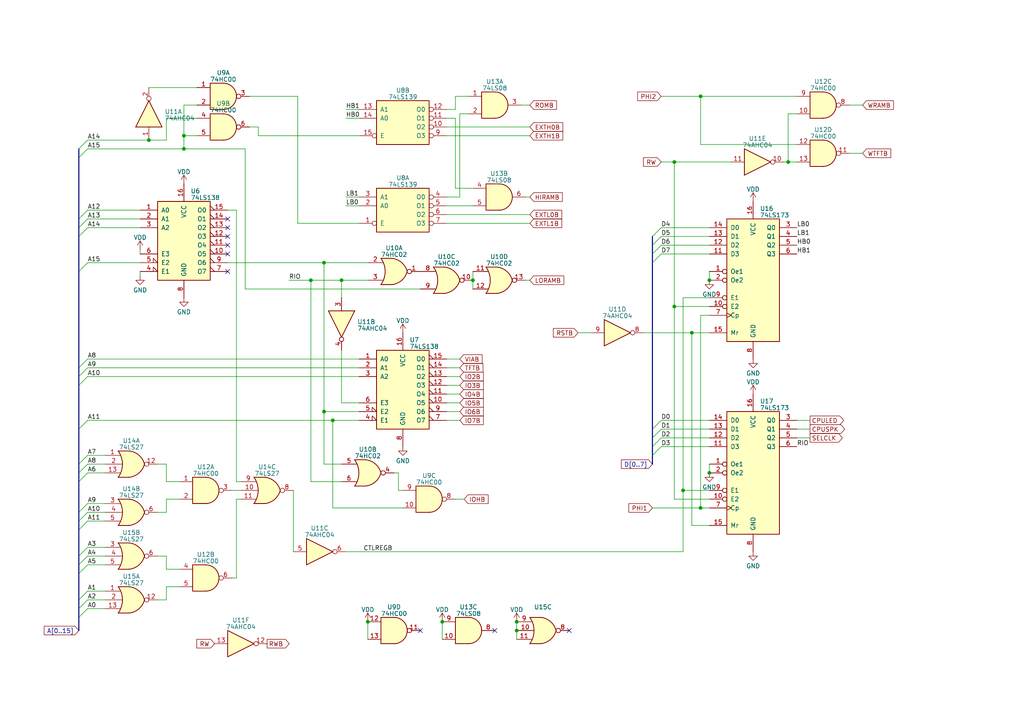
<source format=kicad_sch>
(kicad_sch (version 20230121) (generator eeschema)
  (paper "A4")
  (lib_symbols
    (symbol "74xx:74AHC04"
      (property "Reference" "U" (at 0 1.27 0))
      (property "Value" "74AHC04" (at 0 -1.27 0))
      (symbol "74AHC04_1_0"
        (pin input line (at -7.62 0 0) (length 3.81) (name "~") (number "1"))
        (pin output inverted (at 7.62 0 180) (length 3.81) (name "~") (number "2"))
      )
      (symbol "74AHC04_2_0"
        (pin input line (at -7.62 0 0) (length 3.81) (name "~") (number "3"))
        (pin output inverted (at 7.62 0 180) (length 3.81) (name "~") (number "4"))
      )
      (symbol "74AHC04_3_0"
        (pin input line (at -7.62 0 0) (length 3.81) (name "~") (number "5"))
        (pin output inverted (at 7.62 0 180) (length 3.81) (name "~") (number "6"))
      )
      (symbol "74AHC04_4_0"
        (pin output inverted (at 7.62 0 180) (length 3.81) (name "~") (number "8"))
        (pin input line (at -7.62 0 0) (length 3.81) (name "~") (number "9"))
      )
      (symbol "74AHC04_5_0"
        (pin output inverted (at 7.62 0 180) (length 3.81) (name "~") (number "10"))
        (pin input line (at -7.62 0 0) (length 3.81) (name "~") (number "11"))
      )
      (symbol "74AHC04_6_0"
        (pin output inverted (at 7.62 0 180) (length 3.81) (name "~") (number "12"))
        (pin input line (at -7.62 0 0) (length 3.81) (name "~") (number "13"))
      )
      (symbol "74AHC04_7_0"
        (pin power_in line (at 0 12.7 270) (length 5.08) (name "VCC") (number "14"))
        (pin power_in line (at 0 -12.7 90) (length 5.08) (name "GND") (number "7"))
      )
    )
    (symbol "74xx:74HC00" (pin_names (offset 1.016))
      (property "Reference" "U" (at 0 1.27 0))
      (property "Value" "74HC00" (at 0 -1.27 0))
      (symbol "74HC00_1_1"
        (pin input line (at -7.62 2.54 0) (length 3.81) (name "~") (number "1"))
        (pin input line (at -7.62 -2.54 0) (length 3.81) (name "~") (number "2"))
        (pin output inverted (at 7.62 0 180) (length 3.81) (name "~") (number "3"))
      )
      (symbol "74HC00_1_2"
        (pin input inverted (at -7.62 2.54 0) (length 4.318) (name "~") (number "1"))
        (pin input inverted (at -7.62 -2.54 0) (length 4.318) (name "~") (number "2"))
        (pin output line (at 7.62 0 180) (length 3.81) (name "~") (number "3"))
      )
      (symbol "74HC00_2_1"
        (pin input line (at -7.62 2.54 0) (length 3.81) (name "~") (number "4"))
        (pin input line (at -7.62 -2.54 0) (length 3.81) (name "~") (number "5"))
        (pin output inverted (at 7.62 0 180) (length 3.81) (name "~") (number "6"))
      )
      (symbol "74HC00_2_2"
        (pin input inverted (at -7.62 2.54 0) (length 4.318) (name "~") (number "4"))
        (pin input inverted (at -7.62 -2.54 0) (length 4.318) (name "~") (number "5"))
        (pin output line (at 7.62 0 180) (length 3.81) (name "~") (number "6"))
      )
      (symbol "74HC00_3_1"
        (pin input line (at -7.62 -2.54 0) (length 3.81) (name "~") (number "10"))
        (pin output inverted (at 7.62 0 180) (length 3.81) (name "~") (number "8"))
        (pin input line (at -7.62 2.54 0) (length 3.81) (name "~") (number "9"))
      )
      (symbol "74HC00_3_2"
        (pin input inverted (at -7.62 -2.54 0) (length 4.318) (name "~") (number "10"))
        (pin output line (at 7.62 0 180) (length 3.81) (name "~") (number "8"))
        (pin input inverted (at -7.62 2.54 0) (length 4.318) (name "~") (number "9"))
      )
      (symbol "74HC00_4_1"
        (pin output inverted (at 7.62 0 180) (length 3.81) (name "~") (number "11"))
        (pin input line (at -7.62 2.54 0) (length 3.81) (name "~") (number "12"))
        (pin input line (at -7.62 -2.54 0) (length 3.81) (name "~") (number "13"))
      )
      (symbol "74HC00_4_2"
        (pin output line (at 7.62 0 180) (length 3.81) (name "~") (number "11"))
        (pin input inverted (at -7.62 2.54 0) (length 4.318) (name "~") (number "12"))
        (pin input inverted (at -7.62 -2.54 0) (length 4.318) (name "~") (number "13"))
      )
      (symbol "74HC00_5_0"
        (pin power_in line (at 0 12.7 270) (length 5.08) (name "VCC") (number "14"))
        (pin power_in line (at 0 -12.7 90) (length 5.08) (name "GND") (number "7"))
      )
    )
    (symbol "74xx:74HC02" (pin_names (offset 1.016))
      (property "Reference" "U" (at 0 1.27 0))
      (property "Value" "74HC02" (at 0 -1.27 0))
      (symbol "74HC02_1_1"
        (pin output inverted (at 7.62 0 180) (length 3.81) (name "~") (number "1"))
        (pin input line (at -7.62 2.54 0) (length 4.318) (name "~") (number "2"))
        (pin input line (at -7.62 -2.54 0) (length 4.318) (name "~") (number "3"))
      )
      (symbol "74HC02_1_2"
        (pin output line (at 7.62 0 180) (length 3.81) (name "~") (number "1"))
        (pin input inverted (at -7.62 2.54 0) (length 3.81) (name "~") (number "2"))
        (pin input inverted (at -7.62 -2.54 0) (length 3.81) (name "~") (number "3"))
      )
      (symbol "74HC02_2_1"
        (pin output inverted (at 7.62 0 180) (length 3.81) (name "~") (number "4"))
        (pin input line (at -7.62 2.54 0) (length 4.318) (name "~") (number "5"))
        (pin input line (at -7.62 -2.54 0) (length 4.318) (name "~") (number "6"))
      )
      (symbol "74HC02_2_2"
        (pin output line (at 7.62 0 180) (length 3.81) (name "~") (number "4"))
        (pin input inverted (at -7.62 2.54 0) (length 3.81) (name "~") (number "5"))
        (pin input inverted (at -7.62 -2.54 0) (length 3.81) (name "~") (number "6"))
      )
      (symbol "74HC02_3_1"
        (pin output inverted (at 7.62 0 180) (length 3.81) (name "~") (number "10"))
        (pin input line (at -7.62 2.54 0) (length 4.318) (name "~") (number "8"))
        (pin input line (at -7.62 -2.54 0) (length 4.318) (name "~") (number "9"))
      )
      (symbol "74HC02_3_2"
        (pin output line (at 7.62 0 180) (length 3.81) (name "~") (number "10"))
        (pin input inverted (at -7.62 2.54 0) (length 3.81) (name "~") (number "8"))
        (pin input inverted (at -7.62 -2.54 0) (length 3.81) (name "~") (number "9"))
      )
      (symbol "74HC02_4_1"
        (pin input line (at -7.62 2.54 0) (length 4.318) (name "~") (number "11"))
        (pin input line (at -7.62 -2.54 0) (length 4.318) (name "~") (number "12"))
        (pin output inverted (at 7.62 0 180) (length 3.81) (name "~") (number "13"))
      )
      (symbol "74HC02_4_2"
        (pin input inverted (at -7.62 2.54 0) (length 3.81) (name "~") (number "11"))
        (pin input inverted (at -7.62 -2.54 0) (length 3.81) (name "~") (number "12"))
        (pin output line (at 7.62 0 180) (length 3.81) (name "~") (number "13"))
      )
      (symbol "74HC02_5_0"
        (pin power_in line (at 0 12.7 270) (length 5.08) (name "VCC") (number "14"))
        (pin power_in line (at 0 -12.7 90) (length 5.08) (name "GND") (number "7"))
      )
    )
    (symbol "74xx:74LS08" (pin_names (offset 1.016))
      (property "Reference" "U" (at 0 1.27 0))
      (property "Value" "74LS08" (at 0 -1.27 0))
      (symbol "74LS08_1_1"
        (pin input line (at -7.62 2.54 0) (length 3.81) (name "~") (number "1"))
        (pin input line (at -7.62 -2.54 0) (length 3.81) (name "~") (number "2"))
        (pin output line (at 7.62 0 180) (length 3.81) (name "~") (number "3"))
      )
      (symbol "74LS08_1_2"
        (pin input inverted (at -7.62 2.54 0) (length 4.318) (name "~") (number "1"))
        (pin input inverted (at -7.62 -2.54 0) (length 4.318) (name "~") (number "2"))
        (pin output inverted (at 7.62 0 180) (length 3.81) (name "~") (number "3"))
      )
      (symbol "74LS08_2_1"
        (pin input line (at -7.62 2.54 0) (length 3.81) (name "~") (number "4"))
        (pin input line (at -7.62 -2.54 0) (length 3.81) (name "~") (number "5"))
        (pin output line (at 7.62 0 180) (length 3.81) (name "~") (number "6"))
      )
      (symbol "74LS08_2_2"
        (pin input inverted (at -7.62 2.54 0) (length 4.318) (name "~") (number "4"))
        (pin input inverted (at -7.62 -2.54 0) (length 4.318) (name "~") (number "5"))
        (pin output inverted (at 7.62 0 180) (length 3.81) (name "~") (number "6"))
      )
      (symbol "74LS08_3_1"
        (pin input line (at -7.62 -2.54 0) (length 3.81) (name "~") (number "10"))
        (pin output line (at 7.62 0 180) (length 3.81) (name "~") (number "8"))
        (pin input line (at -7.62 2.54 0) (length 3.81) (name "~") (number "9"))
      )
      (symbol "74LS08_3_2"
        (pin input inverted (at -7.62 -2.54 0) (length 4.318) (name "~") (number "10"))
        (pin output inverted (at 7.62 0 180) (length 3.81) (name "~") (number "8"))
        (pin input inverted (at -7.62 2.54 0) (length 4.318) (name "~") (number "9"))
      )
      (symbol "74LS08_4_1"
        (pin output line (at 7.62 0 180) (length 3.81) (name "~") (number "11"))
        (pin input line (at -7.62 2.54 0) (length 3.81) (name "~") (number "12"))
        (pin input line (at -7.62 -2.54 0) (length 3.81) (name "~") (number "13"))
      )
      (symbol "74LS08_4_2"
        (pin output inverted (at 7.62 0 180) (length 3.81) (name "~") (number "11"))
        (pin input inverted (at -7.62 2.54 0) (length 4.318) (name "~") (number "12"))
        (pin input inverted (at -7.62 -2.54 0) (length 4.318) (name "~") (number "13"))
      )
      (symbol "74LS08_5_0"
        (pin power_in line (at 0 12.7 270) (length 5.08) (name "VCC") (number "14"))
        (pin power_in line (at 0 -12.7 90) (length 5.08) (name "GND") (number "7"))
      )
    )
    (symbol "74xx:74LS138" (pin_names (offset 1.016))
      (property "Reference" "U" (at -7.62 11.43 0))
      (property "Value" "74LS138" (at -7.62 -13.97 0))
      (symbol "74LS138_1_0"
        (pin input line (at -12.7 7.62 0) (length 5.08) (name "A0") (number "1"))
        (pin output output_low (at 12.7 -5.08 180) (length 5.08) (name "O5") (number "10"))
        (pin output output_low (at 12.7 -2.54 180) (length 5.08) (name "O4") (number "11"))
        (pin output output_low (at 12.7 0 180) (length 5.08) (name "O3") (number "12"))
        (pin output output_low (at 12.7 2.54 180) (length 5.08) (name "O2") (number "13"))
        (pin output output_low (at 12.7 5.08 180) (length 5.08) (name "O1") (number "14"))
        (pin output output_low (at 12.7 7.62 180) (length 5.08) (name "O0") (number "15"))
        (pin power_in line (at 0 15.24 270) (length 5.08) (name "VCC") (number "16"))
        (pin input line (at -12.7 5.08 0) (length 5.08) (name "A1") (number "2"))
        (pin input line (at -12.7 2.54 0) (length 5.08) (name "A2") (number "3"))
        (pin input input_low (at -12.7 -10.16 0) (length 5.08) (name "E1") (number "4"))
        (pin input input_low (at -12.7 -7.62 0) (length 5.08) (name "E2") (number "5"))
        (pin input line (at -12.7 -5.08 0) (length 5.08) (name "E3") (number "6"))
        (pin output output_low (at 12.7 -10.16 180) (length 5.08) (name "O7") (number "7"))
        (pin power_in line (at 0 -17.78 90) (length 5.08) (name "GND") (number "8"))
        (pin output output_low (at 12.7 -7.62 180) (length 5.08) (name "O6") (number "9"))
      )
    )
    (symbol "74xx:74LS139" (pin_names (offset 1.016))
      (property "Reference" "U" (at -7.62 8.89 0))
      (property "Value" "74LS139" (at -7.62 -8.89 0))
      (symbol "74LS139_1_0"
        (pin input inverted (at -12.7 -5.08 0) (length 5.08) (name "E") (number "1"))
        (pin input line (at -12.7 0 0) (length 5.08) (name "A0") (number "2"))
        (pin input line (at -12.7 2.54 0) (length 5.08) (name "A1") (number "3"))
        (pin output inverted (at 12.7 2.54 180) (length 5.08) (name "O0") (number "4"))
        (pin output inverted (at 12.7 0 180) (length 5.08) (name "O1") (number "5"))
        (pin output inverted (at 12.7 -2.54 180) (length 5.08) (name "O2") (number "6"))
        (pin output inverted (at 12.7 -5.08 180) (length 5.08) (name "O3") (number "7"))
      )
      (symbol "74LS139_2_0"
        (pin output inverted (at 12.7 -2.54 180) (length 5.08) (name "O2") (number "10"))
        (pin output inverted (at 12.7 0 180) (length 5.08) (name "O1") (number "11"))
        (pin output inverted (at 12.7 2.54 180) (length 5.08) (name "O0") (number "12"))
        (pin input line (at -12.7 2.54 0) (length 5.08) (name "A1") (number "13"))
        (pin input line (at -12.7 0 0) (length 5.08) (name "A0") (number "14"))
        (pin input inverted (at -12.7 -5.08 0) (length 5.08) (name "E") (number "15"))
        (pin output inverted (at 12.7 -5.08 180) (length 5.08) (name "O3") (number "9"))
      )
      (symbol "74LS139_3_0"
        (pin power_in line (at 0 12.7 270) (length 5.08) (name "VCC") (number "16"))
        (pin power_in line (at 0 -12.7 90) (length 5.08) (name "GND") (number "8"))
      )
    )
    (symbol "74xx:74LS173" (pin_names (offset 1.016))
      (property "Reference" "U" (at -7.62 19.05 0))
      (property "Value" "74LS173" (at -7.62 -19.05 0))
      (symbol "74LS173_1_0"
        (pin input inverted (at -12.7 2.54 0) (length 5.08) (name "Oe1") (number "1"))
        (pin input inverted (at -12.7 -7.62 0) (length 5.08) (name "E2") (number "10"))
        (pin input line (at -12.7 7.62 0) (length 5.08) (name "D3") (number "11"))
        (pin input line (at -12.7 10.16 0) (length 5.08) (name "D2") (number "12"))
        (pin input line (at -12.7 12.7 0) (length 5.08) (name "D1") (number "13"))
        (pin input line (at -12.7 15.24 0) (length 5.08) (name "D0") (number "14"))
        (pin input line (at -12.7 -15.24 0) (length 5.08) (name "Mr") (number "15"))
        (pin power_in line (at 0 22.86 270) (length 5.08) (name "VCC") (number "16"))
        (pin input inverted (at -12.7 0 0) (length 5.08) (name "Oe2") (number "2"))
        (pin tri_state line (at 12.7 15.24 180) (length 5.08) (name "Q0") (number "3"))
        (pin tri_state line (at 12.7 12.7 180) (length 5.08) (name "Q1") (number "4"))
        (pin tri_state line (at 12.7 10.16 180) (length 5.08) (name "Q2") (number "5"))
        (pin tri_state line (at 12.7 7.62 180) (length 5.08) (name "Q3") (number "6"))
        (pin input clock (at -12.7 -10.16 0) (length 5.08) (name "Cp") (number "7"))
        (pin power_in line (at 0 -22.86 90) (length 5.08) (name "GND") (number "8"))
        (pin input inverted (at -12.7 -5.08 0) (length 5.08) (name "E1") (number "9"))
      )
    )
    (symbol "74xx:74LS27" (pin_names (offset 1.016))
      (property "Reference" "U" (at 0 1.27 0))
      (property "Value" "74LS27" (at 0 -1.27 0))
      (symbol "74LS27_1_1"
        (pin input line (at -7.62 2.54 0) (length 4.318) (name "~") (number "1"))
        (pin output inverted (at 7.62 0 180) (length 3.81) (name "~") (number "12"))
        (pin input line (at -7.62 -2.54 0) (length 4.318) (name "~") (number "13"))
        (pin input line (at -7.62 0 0) (length 4.953) (name "~") (number "2"))
      )
      (symbol "74LS27_1_2"
        (pin input inverted (at -7.62 2.54 0) (length 3.81) (name "~") (number "1"))
        (pin output line (at 7.62 0 180) (length 3.81) (name "~") (number "12"))
        (pin input inverted (at -7.62 -2.54 0) (length 3.81) (name "~") (number "13"))
        (pin input inverted (at -7.62 0 0) (length 3.81) (name "~") (number "2"))
      )
      (symbol "74LS27_2_1"
        (pin input line (at -7.62 2.54 0) (length 4.318) (name "~") (number "3"))
        (pin input line (at -7.62 0 0) (length 4.953) (name "~") (number "4"))
        (pin input line (at -7.62 -2.54 0) (length 4.318) (name "~") (number "5"))
        (pin output inverted (at 7.62 0 180) (length 3.81) (name "~") (number "6"))
      )
      (symbol "74LS27_2_2"
        (pin input inverted (at -7.62 2.54 0) (length 3.81) (name "~") (number "3"))
        (pin input inverted (at -7.62 0 0) (length 3.81) (name "~") (number "4"))
        (pin input inverted (at -7.62 -2.54 0) (length 3.81) (name "~") (number "5"))
        (pin output line (at 7.62 0 180) (length 3.81) (name "~") (number "6"))
      )
      (symbol "74LS27_3_1"
        (pin input line (at -7.62 0 0) (length 4.953) (name "~") (number "10"))
        (pin input line (at -7.62 -2.54 0) (length 4.318) (name "~") (number "11"))
        (pin output inverted (at 7.62 0 180) (length 3.81) (name "~") (number "8"))
        (pin input line (at -7.62 2.54 0) (length 4.318) (name "~") (number "9"))
      )
      (symbol "74LS27_3_2"
        (pin input inverted (at -7.62 0 0) (length 3.81) (name "~") (number "10"))
        (pin input inverted (at -7.62 -2.54 0) (length 3.81) (name "~") (number "11"))
        (pin output line (at 7.62 0 180) (length 3.81) (name "~") (number "8"))
        (pin input inverted (at -7.62 2.54 0) (length 3.81) (name "~") (number "9"))
      )
      (symbol "74LS27_4_0"
        (pin power_in line (at 0 12.7 270) (length 5.08) (name "VCC") (number "14"))
        (pin power_in line (at 0 -12.7 90) (length 5.08) (name "GND") (number "7"))
      )
    )
    (symbol "power:GND" (power) (pin_names (offset 0))
      (property "Value" "GND" (at 0 -3.81 0))
      (symbol "GND_1_1"
        (pin power_in line (at 0 0 270) (length 0) hide (name "GND") (number "1"))
      )
    )
    (symbol "power:VDD" (power) (pin_names (offset 0))
      (property "Value" "VDD" (at 0 3.81 0))
      (symbol "VDD_1_1"
        (pin power_in line (at 0 0 90) (length 0) hide (name "VDD") (number "1"))
      )
    )
  )
  (junction (at 43.18 40.64))
  (junction (at 203.2 27.94))
  (junction (at 195.58 46.99))
  (junction (at 90.17 81.28))
  (junction (at 149.86 182.88))
  (junction (at 93.98 119.38))
  (junction (at 200.66 96.52))
  (junction (at 203.2 147.32))
  (junction (at 99.06 81.28))
  (junction (at 198.12 142.24))
  (junction (at 53.34 43.18))
  (junction (at 53.34 39.37))
  (junction (at 195.58 88.9))
  (junction (at 137.16 81.28))
  (junction (at 106.68 180.34))
  (junction (at 93.98 76.2))
  (junction (at 205.74 137.16))
  (junction (at 205.74 81.28))
  (junction (at 228.6 46.99))
  (junction (at 128.27 180.34))
  (junction (at 149.86 180.34))
  (junction (at 96.52 121.92))
  (no_connect (at 66.04 73.66))
  (no_connect (at 143.51 182.88))
  (no_connect (at 66.04 78.74))
  (no_connect (at 66.04 66.04))
  (no_connect (at 66.04 68.58))
  (no_connect (at 66.04 63.5))
  (no_connect (at 121.92 182.88))
  (no_connect (at 165.1 182.88))
  (no_connect (at 66.04 71.12))
  (bus_entry (at 22.86 63.5) (size 2.54 -2.54))
  (bus_entry (at 22.86 153.67) (size 2.54 -2.54))
  (bus_entry (at 22.86 163.83) (size 2.54 -2.54))
  (bus_entry (at 22.86 176.53) (size 2.54 -2.54))
  (bus_entry (at 22.86 68.58) (size 2.54 -2.54))
  (bus_entry (at 22.86 161.29) (size 2.54 -2.54))
  (bus_entry (at 22.86 148.59) (size 2.54 -2.54))
  (bus_entry (at 22.86 45.72) (size 2.54 -2.54))
  (bus_entry (at 22.86 43.18) (size 2.54 -2.54))
  (bus_entry (at 22.86 134.62) (size 2.54 -2.54))
  (bus_entry (at 22.86 111.76) (size 2.54 -2.54))
  (bus_entry (at 22.86 66.04) (size 2.54 -2.54))
  (bus_entry (at 22.86 109.22) (size 2.54 -2.54))
  (bus_entry (at 22.86 139.7) (size 2.54 -2.54))
  (bus_entry (at 189.23 76.2) (size 2.54 -2.54))
  (bus_entry (at 189.23 129.54) (size 2.54 -2.54))
  (bus_entry (at 22.86 173.99) (size 2.54 -2.54))
  (bus_entry (at 189.23 132.08) (size 2.54 -2.54))
  (bus_entry (at 189.23 68.58) (size 2.54 -2.54))
  (bus_entry (at 22.86 124.46) (size 2.54 -2.54))
  (bus_entry (at 22.86 78.74) (size 2.54 -2.54))
  (bus_entry (at 189.23 124.46) (size 2.54 -2.54))
  (bus_entry (at 22.86 151.13) (size 2.54 -2.54))
  (bus_entry (at 22.86 179.07) (size 2.54 -2.54))
  (bus_entry (at 22.86 106.68) (size 2.54 -2.54))
  (bus_entry (at 22.86 137.16) (size 2.54 -2.54))
  (bus_entry (at 189.23 73.66) (size 2.54 -2.54))
  (bus_entry (at 22.86 166.37) (size 2.54 -2.54))
  (bus_entry (at 189.23 127) (size 2.54 -2.54))
  (bus_entry (at 189.23 71.12) (size 2.54 -2.54))
  (bus (pts (xy 22.86 78.74) (xy 22.86 106.68)))
  (wire (pts (xy 93.98 134.62) (xy 93.98 119.38)))
  (wire (pts (xy 53.34 39.37) (xy 57.15 39.37)))
  (wire (pts (xy 133.35 33.02) (xy 133.35 57.15)))
  (wire (pts (xy 203.2 41.91) (xy 231.14 41.91)))
  (bus (pts (xy 189.23 132.08) (xy 189.23 134.62)))
  (bus (pts (xy 189.23 129.54) (xy 189.23 132.08)))
  (wire (pts (xy 25.4 43.18) (xy 53.34 43.18)))
  (wire (pts (xy 53.34 30.48) (xy 53.34 39.37)))
  (wire (pts (xy 99.06 134.62) (xy 93.98 134.62)))
  (wire (pts (xy 195.58 144.78) (xy 195.58 88.9)))
  (wire (pts (xy 205.74 88.9) (xy 195.58 88.9)))
  (wire (pts (xy 149.86 182.88) (xy 149.86 185.42)))
  (wire (pts (xy 189.23 147.32) (xy 203.2 147.32)))
  (wire (pts (xy 68.58 167.64) (xy 67.31 167.64)))
  (wire (pts (xy 129.54 106.68) (xy 133.35 106.68)))
  (wire (pts (xy 129.54 36.83) (xy 153.67 36.83)))
  (wire (pts (xy 191.77 73.66) (xy 205.74 73.66)))
  (wire (pts (xy 99.06 81.28) (xy 106.68 81.28)))
  (wire (pts (xy 132.08 144.78) (xy 134.62 144.78)))
  (wire (pts (xy 99.06 101.6) (xy 99.06 116.84)))
  (wire (pts (xy 137.16 54.61) (xy 132.08 54.61)))
  (wire (pts (xy 121.92 83.82) (xy 71.12 83.82)))
  (wire (pts (xy 48.26 134.62) (xy 48.26 139.7)))
  (wire (pts (xy 86.36 27.94) (xy 86.36 64.77)))
  (wire (pts (xy 48.26 40.64) (xy 43.18 40.64)))
  (wire (pts (xy 231.14 127) (xy 234.95 127)))
  (wire (pts (xy 48.26 165.1) (xy 52.07 165.1)))
  (wire (pts (xy 48.26 170.18) (xy 52.07 170.18)))
  (wire (pts (xy 53.34 39.37) (xy 53.34 43.18)))
  (wire (pts (xy 68.58 144.78) (xy 68.58 167.64)))
  (wire (pts (xy 25.4 66.04) (xy 40.64 66.04)))
  (wire (pts (xy 246.38 44.45) (xy 250.19 44.45)))
  (bus (pts (xy 22.86 43.18) (xy 22.86 45.72)))
  (wire (pts (xy 48.26 161.29) (xy 48.26 165.1)))
  (wire (pts (xy 25.4 151.13) (xy 30.48 151.13)))
  (wire (pts (xy 203.2 27.94) (xy 203.2 41.91)))
  (bus (pts (xy 189.23 71.12) (xy 189.23 73.66)))
  (bus (pts (xy 22.86 139.7) (xy 22.86 148.59)))
  (wire (pts (xy 186.69 96.52) (xy 200.66 96.52)))
  (wire (pts (xy 100.33 57.15) (xy 104.14 57.15)))
  (wire (pts (xy 129.54 116.84) (xy 133.35 116.84)))
  (wire (pts (xy 96.52 147.32) (xy 116.84 147.32)))
  (wire (pts (xy 104.14 39.37) (xy 74.93 39.37)))
  (wire (pts (xy 205.74 134.62) (xy 205.74 137.16)))
  (wire (pts (xy 195.58 46.99) (xy 212.09 46.99)))
  (wire (pts (xy 200.66 96.52) (xy 200.66 152.4)))
  (wire (pts (xy 129.54 39.37) (xy 153.67 39.37)))
  (wire (pts (xy 129.54 111.76) (xy 133.35 111.76)))
  (wire (pts (xy 57.15 30.48) (xy 53.34 30.48)))
  (wire (pts (xy 191.77 68.58) (xy 205.74 68.58)))
  (wire (pts (xy 25.4 176.53) (xy 30.48 176.53)))
  (bus (pts (xy 22.86 173.99) (xy 22.86 176.53)))
  (wire (pts (xy 48.26 139.7) (xy 52.07 139.7)))
  (wire (pts (xy 25.4 163.83) (xy 30.48 163.83)))
  (wire (pts (xy 72.39 27.94) (xy 86.36 27.94)))
  (wire (pts (xy 25.4 76.2) (xy 40.64 76.2)))
  (bus (pts (xy 22.86 163.83) (xy 22.86 166.37)))
  (bus (pts (xy 22.86 109.22) (xy 22.86 111.76)))
  (bus (pts (xy 22.86 111.76) (xy 22.86 124.46)))
  (wire (pts (xy 25.4 173.99) (xy 30.48 173.99)))
  (wire (pts (xy 25.4 171.45) (xy 30.48 171.45)))
  (wire (pts (xy 152.4 81.28) (xy 153.67 81.28)))
  (wire (pts (xy 25.4 104.14) (xy 104.14 104.14)))
  (wire (pts (xy 191.77 124.46) (xy 205.74 124.46)))
  (bus (pts (xy 189.23 73.66) (xy 189.23 76.2)))
  (wire (pts (xy 149.86 180.34) (xy 149.86 182.88)))
  (bus (pts (xy 189.23 124.46) (xy 189.23 127)))
  (wire (pts (xy 66.04 76.2) (xy 93.98 76.2)))
  (wire (pts (xy 100.33 34.29) (xy 104.14 34.29)))
  (wire (pts (xy 45.72 173.99) (xy 48.26 173.99)))
  (wire (pts (xy 246.38 30.48) (xy 250.19 30.48)))
  (wire (pts (xy 191.77 46.99) (xy 195.58 46.99)))
  (wire (pts (xy 198.12 86.36) (xy 205.74 86.36)))
  (wire (pts (xy 205.74 144.78) (xy 195.58 144.78)))
  (wire (pts (xy 86.36 64.77) (xy 104.14 64.77)))
  (wire (pts (xy 198.12 142.24) (xy 205.74 142.24)))
  (bus (pts (xy 189.23 127) (xy 189.23 129.54)))
  (wire (pts (xy 93.98 76.2) (xy 106.68 76.2)))
  (wire (pts (xy 25.4 146.05) (xy 30.48 146.05)))
  (wire (pts (xy 69.85 144.78) (xy 68.58 144.78)))
  (wire (pts (xy 152.4 57.15) (xy 153.67 57.15)))
  (wire (pts (xy 205.74 78.74) (xy 205.74 81.28)))
  (wire (pts (xy 151.13 30.48) (xy 153.67 30.48)))
  (wire (pts (xy 114.3 137.16) (xy 115.57 137.16)))
  (wire (pts (xy 25.4 132.08) (xy 30.48 132.08)))
  (wire (pts (xy 129.54 104.14) (xy 133.35 104.14)))
  (wire (pts (xy 198.12 142.24) (xy 198.12 160.02)))
  (wire (pts (xy 167.64 96.52) (xy 171.45 96.52)))
  (bus (pts (xy 22.86 176.53) (xy 22.86 179.07)))
  (wire (pts (xy 115.57 137.16) (xy 115.57 142.24)))
  (wire (pts (xy 231.14 121.92) (xy 234.95 121.92)))
  (wire (pts (xy 90.17 139.7) (xy 99.06 139.7)))
  (wire (pts (xy 191.77 127) (xy 205.74 127)))
  (wire (pts (xy 25.4 137.16) (xy 30.48 137.16)))
  (wire (pts (xy 100.33 160.02) (xy 198.12 160.02)))
  (wire (pts (xy 25.4 161.29) (xy 30.48 161.29)))
  (wire (pts (xy 100.33 59.69) (xy 104.14 59.69)))
  (wire (pts (xy 231.14 27.94) (xy 203.2 27.94)))
  (wire (pts (xy 74.93 36.83) (xy 72.39 36.83)))
  (wire (pts (xy 191.77 66.04) (xy 205.74 66.04)))
  (wire (pts (xy 25.4 40.64) (xy 43.18 40.64)))
  (wire (pts (xy 106.68 180.34) (xy 106.68 185.42)))
  (bus (pts (xy 22.86 161.29) (xy 22.86 163.83)))
  (wire (pts (xy 128.27 180.34) (xy 128.27 185.42)))
  (wire (pts (xy 137.16 83.82) (xy 137.16 81.28)))
  (wire (pts (xy 227.33 46.99) (xy 228.6 46.99)))
  (wire (pts (xy 40.64 78.74) (xy 40.64 80.01)))
  (bus (pts (xy 22.86 148.59) (xy 22.86 151.13)))
  (wire (pts (xy 132.08 27.94) (xy 132.08 31.75)))
  (wire (pts (xy 96.52 121.92) (xy 96.52 147.32)))
  (wire (pts (xy 200.66 152.4) (xy 205.74 152.4)))
  (wire (pts (xy 83.82 81.28) (xy 90.17 81.28)))
  (wire (pts (xy 133.35 33.02) (xy 135.89 33.02)))
  (bus (pts (xy 22.86 124.46) (xy 22.86 134.62)))
  (wire (pts (xy 100.33 31.75) (xy 104.14 31.75)))
  (wire (pts (xy 129.54 114.3) (xy 133.35 114.3)))
  (wire (pts (xy 99.06 116.84) (xy 104.14 116.84)))
  (bus (pts (xy 22.86 66.04) (xy 22.86 68.58)))
  (wire (pts (xy 198.12 86.36) (xy 198.12 142.24)))
  (wire (pts (xy 205.74 96.52) (xy 200.66 96.52)))
  (wire (pts (xy 48.26 148.59) (xy 48.26 144.78)))
  (wire (pts (xy 67.31 142.24) (xy 69.85 142.24)))
  (wire (pts (xy 195.58 88.9) (xy 195.58 46.99)))
  (wire (pts (xy 137.16 81.28) (xy 137.16 78.74)))
  (wire (pts (xy 132.08 34.29) (xy 129.54 34.29)))
  (bus (pts (xy 22.86 153.67) (xy 22.86 161.29)))
  (wire (pts (xy 129.54 119.38) (xy 133.35 119.38)))
  (wire (pts (xy 85.09 142.24) (xy 85.09 160.02)))
  (wire (pts (xy 74.93 39.37) (xy 74.93 36.83)))
  (wire (pts (xy 129.54 109.22) (xy 133.35 109.22)))
  (wire (pts (xy 57.15 34.29) (xy 48.26 34.29)))
  (wire (pts (xy 43.18 25.4) (xy 57.15 25.4)))
  (wire (pts (xy 48.26 173.99) (xy 48.26 170.18)))
  (wire (pts (xy 191.77 121.92) (xy 205.74 121.92)))
  (wire (pts (xy 93.98 119.38) (xy 93.98 76.2)))
  (wire (pts (xy 191.77 71.12) (xy 205.74 71.12)))
  (wire (pts (xy 45.72 148.59) (xy 48.26 148.59)))
  (wire (pts (xy 66.04 60.96) (xy 68.58 60.96)))
  (wire (pts (xy 25.4 63.5) (xy 40.64 63.5)))
  (wire (pts (xy 25.4 158.75) (xy 30.48 158.75)))
  (wire (pts (xy 205.74 91.44) (xy 203.2 91.44)))
  (bus (pts (xy 22.86 45.72) (xy 22.86 63.5)))
  (bus (pts (xy 189.23 76.2) (xy 189.23 124.46)))
  (wire (pts (xy 133.35 57.15) (xy 129.54 57.15)))
  (wire (pts (xy 203.2 147.32) (xy 205.74 147.32)))
  (wire (pts (xy 25.4 148.59) (xy 30.48 148.59)))
  (wire (pts (xy 90.17 81.28) (xy 90.17 139.7)))
  (wire (pts (xy 68.58 60.96) (xy 68.58 139.7)))
  (wire (pts (xy 25.4 109.22) (xy 104.14 109.22)))
  (bus (pts (xy 189.23 68.58) (xy 189.23 71.12)))
  (bus (pts (xy 22.86 137.16) (xy 22.86 139.7)))
  (wire (pts (xy 115.57 142.24) (xy 116.84 142.24)))
  (wire (pts (xy 71.12 83.82) (xy 71.12 43.18)))
  (wire (pts (xy 132.08 27.94) (xy 135.89 27.94)))
  (wire (pts (xy 48.26 34.29) (xy 48.26 40.64)))
  (wire (pts (xy 45.72 161.29) (xy 48.26 161.29)))
  (bus (pts (xy 22.86 166.37) (xy 22.86 173.99)))
  (wire (pts (xy 99.06 86.36) (xy 99.06 81.28)))
  (wire (pts (xy 93.98 119.38) (xy 104.14 119.38)))
  (bus (pts (xy 22.86 63.5) (xy 22.86 66.04)))
  (wire (pts (xy 231.14 33.02) (xy 228.6 33.02)))
  (wire (pts (xy 129.54 62.23) (xy 153.67 62.23)))
  (bus (pts (xy 22.86 134.62) (xy 22.86 137.16)))
  (wire (pts (xy 40.64 72.39) (xy 40.64 73.66)))
  (wire (pts (xy 25.4 60.96) (xy 40.64 60.96)))
  (wire (pts (xy 231.14 124.46) (xy 234.95 124.46)))
  (wire (pts (xy 129.54 64.77) (xy 153.67 64.77)))
  (wire (pts (xy 228.6 33.02) (xy 228.6 46.99)))
  (wire (pts (xy 45.72 134.62) (xy 48.26 134.62)))
  (wire (pts (xy 191.77 27.94) (xy 203.2 27.94)))
  (bus (pts (xy 22.86 106.68) (xy 22.86 109.22)))
  (wire (pts (xy 129.54 121.92) (xy 133.35 121.92)))
  (wire (pts (xy 104.14 121.92) (xy 96.52 121.92)))
  (wire (pts (xy 68.58 139.7) (xy 69.85 139.7)))
  (wire (pts (xy 132.08 31.75) (xy 129.54 31.75)))
  (wire (pts (xy 25.4 106.68) (xy 104.14 106.68)))
  (wire (pts (xy 48.26 144.78) (xy 52.07 144.78)))
  (bus (pts (xy 22.86 179.07) (xy 22.86 182.88)))
  (wire (pts (xy 203.2 91.44) (xy 203.2 147.32)))
  (bus (pts (xy 22.86 151.13) (xy 22.86 153.67)))
  (wire (pts (xy 25.4 134.62) (xy 30.48 134.62)))
  (wire (pts (xy 228.6 46.99) (xy 231.14 46.99)))
  (wire (pts (xy 71.12 43.18) (xy 53.34 43.18)))
  (wire (pts (xy 129.54 59.69) (xy 137.16 59.69)))
  (wire (pts (xy 25.4 121.92) (xy 96.52 121.92)))
  (bus (pts (xy 22.86 68.58) (xy 22.86 78.74)))
  (wire (pts (xy 191.77 129.54) (xy 205.74 129.54)))
  (wire (pts (xy 99.06 81.28) (xy 90.17 81.28)))
  (wire (pts (xy 132.08 54.61) (xy 132.08 34.29)))
  (label "A9" (at 25.4 106.68 0))
  (label "A8" (at 25.4 104.14 0))
  (label "A14" (at 25.4 66.04 0))
  (label "A8" (at 25.4 134.62 0))
  (label "A12" (at 25.4 60.96 0))
  (label "A10" (at 25.4 148.59 0))
  (label "A4" (at 25.4 161.29 0))
  (label "D7" (at 191.77 73.66 0))
  (label "RIO" (at 231.14 129.54 0))
  (label "A14" (at 25.4 40.64 0))
  (label "A15" (at 25.4 43.18 0))
  (label "A0" (at 25.4 176.53 0))
  (label "D0" (at 191.77 121.92 0))
  (label "A5" (at 25.4 163.83 0))
  (label "D4" (at 191.77 66.04 0))
  (label "LB0" (at 231.14 66.04 0))
  (label "D3" (at 191.77 129.54 0))
  (label "HB1" (at 100.33 31.75 0))
  (label "A7" (at 25.4 132.08 0))
  (label "A9" (at 25.4 146.05 0))
  (label "LB1" (at 231.14 68.58 0))
  (label "A11" (at 25.4 121.92 0))
  (label "RIO" (at 83.82 81.28 0))
  (label "A3" (at 25.4 158.75 0))
  (label "LB1" (at 100.33 57.15 0))
  (label "A10" (at 25.4 109.22 0))
  (label "LB0" (at 100.33 59.69 0))
  (label "D1" (at 191.77 124.46 0))
  (label "A2" (at 25.4 173.99 0))
  (label "A6" (at 25.4 137.16 0))
  (label "A1" (at 25.4 171.45 0))
  (label "D6" (at 191.77 71.12 0))
  (label "D2" (at 191.77 127 0))
  (label "CTLREGB" (at 105.41 160.02 0))
  (label "HB1" (at 231.14 73.66 0))
  (label "HB0" (at 231.14 71.12 0))
  (label "D5" (at 191.77 68.58 0))
  (label "A11" (at 25.4 151.13 0))
  (label "A15" (at 25.4 76.2 0))
  (label "A13" (at 25.4 63.5 0))
  (label "HB0" (at 100.33 34.29 0))
  (global_label "RW" (shape input) (at 62.23 186.69 180) (property "Intersheetrefs" "${INTERSHEET_REFS}" (effects hide)))
  (global_label "VIAB" (shape input) (at 133.35 104.14 0) (property "Intersheetrefs" "${INTERSHEET_REFS}" (effects hide)))
  (global_label "EXTH0B" (shape input) (at 153.67 36.83 0) (property "Intersheetrefs" "${INTERSHEET_REFS}" (effects hide)))
  (global_label "CPUSPK" (shape output) (at 234.95 124.46 0) (property "Intersheetrefs" "${INTERSHEET_REFS}" (effects hide)))
  (global_label "SELCLK" (shape output) (at 234.95 127 0) (property "Intersheetrefs" "${INTERSHEET_REFS}" (effects hide)))
  (global_label "ROMB" (shape input) (at 153.67 30.48 0) (property "Intersheetrefs" "${INTERSHEET_REFS}" (effects hide)))
  (global_label "D[0..7]" (shape input) (at 189.23 134.62 180) (property "Intersheetrefs" "${INTERSHEET_REFS}" (effects hide)))
  (global_label "TFTB" (shape input) (at 133.35 106.68 0) (property "Intersheetrefs" "${INTERSHEET_REFS}" (effects hide)))
  (global_label "RWB" (shape output) (at 77.47 186.69 0) (property "Intersheetrefs" "${INTERSHEET_REFS}" (effects hide)))
  (global_label "PHI1" (shape input) (at 189.23 147.32 180) (property "Intersheetrefs" "${INTERSHEET_REFS}" (effects hide)))
  (global_label "RW" (shape input) (at 191.77 46.99 180) (property "Intersheetrefs" "${INTERSHEET_REFS}" (effects hide)))
  (global_label "IO7B" (shape input) (at 133.35 121.92 0) (property "Intersheetrefs" "${INTERSHEET_REFS}" (effects hide)))
  (global_label "IO4B" (shape input) (at 133.35 114.3 0) (property "Intersheetrefs" "${INTERSHEET_REFS}" (effects hide)))
  (global_label "EXTL1B" (shape input) (at 153.67 64.77 0) (property "Intersheetrefs" "${INTERSHEET_REFS}" (effects hide)))
  (global_label "EXTL0B" (shape input) (at 153.67 62.23 0) (property "Intersheetrefs" "${INTERSHEET_REFS}" (effects hide)))
  (global_label "IOHB" (shape input) (at 134.62 144.78 0) (property "Intersheetrefs" "${INTERSHEET_REFS}" (effects hide)))
  (global_label "IO2B" (shape input) (at 133.35 109.22 0) (property "Intersheetrefs" "${INTERSHEET_REFS}" (effects hide)))
  (global_label "WTFTB" (shape input) (at 250.19 44.45 0) (property "Intersheetrefs" "${INTERSHEET_REFS}" (effects hide)))
  (global_label "A[0..15]" (shape input) (at 22.86 182.88 180) (property "Intersheetrefs" "${INTERSHEET_REFS}" (effects hide)))
  (global_label "EXTH1B" (shape input) (at 153.67 39.37 0) (property "Intersheetrefs" "${INTERSHEET_REFS}" (effects hide)))
  (global_label "HIRAMB" (shape input) (at 153.67 57.15 0) (property "Intersheetrefs" "${INTERSHEET_REFS}" (effects hide)))
  (global_label "IO6B" (shape input) (at 133.35 119.38 0) (property "Intersheetrefs" "${INTERSHEET_REFS}" (effects hide)))
  (global_label "WRAMB" (shape input) (at 250.19 30.48 0) (property "Intersheetrefs" "${INTERSHEET_REFS}" (effects hide)))
  (global_label "PHI2" (shape input) (at 191.77 27.94 180) (property "Intersheetrefs" "${INTERSHEET_REFS}" (effects hide)))
  (global_label "RSTB" (shape input) (at 167.64 96.52 180) (property "Intersheetrefs" "${INTERSHEET_REFS}" (effects hide)))
  (global_label "CPULED" (shape output) (at 234.95 121.92 0) (property "Intersheetrefs" "${INTERSHEET_REFS}" (effects hide)))
  (global_label "IO5B" (shape input) (at 133.35 116.84 0) (property "Intersheetrefs" "${INTERSHEET_REFS}" (effects hide)))
  (global_label "LORAMB" (shape input) (at 153.67 81.28 0) (property "Intersheetrefs" "${INTERSHEET_REFS}" (effects hide)))
  (global_label "IO3B" (shape input) (at 133.35 111.76 0) (property "Intersheetrefs" "${INTERSHEET_REFS}" (effects hide)))
  (symbol (lib_id "74xx:74AHC04") (at 219.71 46.99 0) (unit 5)
    (property "Reference" "U11" (at 219.71 40.1701 0))
    (property "Value" "74AHC04" (at 219.71 42.0911 0))
    (property "Footprint" "Package_DIP:DIP-14_W7.62mm" (effects hide))
    (property "Datasheet" "https://assets.nexperia.com/documents/data-sheet/74AHC_AHCT04.pdf" (effects hide))
  )
  (symbol (lib_id "power:VDD") (at 53.34 53.34 0) (unit 1)
    (property "Reference" "#PWR01" (effects hide))
    (property "Value" "VDD" (at 53.34 49.8381 0))
    (instances (project "EXP6502" (path "" (reference "#PWR01") (unit 1)) (path "" (reference "#PWR09") (unit 1)) (path "" (reference "#PWR011") (unit 1)) (path "" (reference "#PWR017") (unit 1))))
  )
  (symbol (lib_id "74xx:74LS27") (at 38.1 173.99 0) (unit 1)
    (property "Reference" "U15" (at 38.1 167.1701 0))
    (property "Value" "74LS27" (at 38.1 169.0911 0))
    (property "Footprint" "Package_DIP:DIP-14_W7.62mm" (effects hide))
    (property "Datasheet" "http://www.ti.com/lit/gpn/sn74LS27" (effects hide))
  )
  (symbol (lib_id "74xx:74LS139") (at 116.84 59.69 0) (unit 1)
    (property "Reference" "U8" (at 116.84 51.6001 0))
    (property "Value" "74LS139" (at 116.84 53.5211 0))
    (property "Footprint" "Package_DIP:DIP-16_W7.62mm" (effects hide))
    (property "Datasheet" "http://www.ti.com/lit/ds/symlink/sn74ls139a.pdf" (effects hide))
  )
  (symbol (lib_id "power:GND") (at 40.64 80.01 0) (unit 1)
    (property "Reference" "#PWR05" (effects hide))
    (property "Value" "GND" (at 40.64 84.1455 0))
    (instances (project "EXP6502" (path "" (reference "#PWR05") (unit 1)) (path "" (reference "#PWR010") (unit 1)) (path "" (reference "#PWR021") (unit 1))))
  )
  (symbol (lib_id "power:GND") (at 116.84 129.54 0) (unit 1)
    (property "Reference" "#PWR05" (effects hide))
    (property "Value" "GND" (at 116.84 133.6755 0))
    (instances (project "EXP6502" (path "" (reference "#PWR05") (unit 1)) (path "" (reference "#PWR010") (unit 1)) (path "" (reference "#PWR013") (unit 1))))
  )
  (symbol (lib_id "74xx:74HC02") (at 114.3 78.74 0) (unit 1)
    (property "Reference" "U10" (at 114.3 71.9201 0))
    (property "Value" "74HC02" (at 114.3 73.8411 0))
    (property "Footprint" "Package_DIP:DIP-14_W7.62mm" (effects hide))
    (property "Datasheet" "http://www.ti.com/lit/gpn/sn74hc02" (effects hide))
  )
  (symbol (lib_id "power:GND") (at 218.44 160.02 0) (unit 1)
    (property "Reference" "#PWR05" (effects hide))
    (property "Value" "GND" (at 218.44 164.1555 0))
    (instances (project "EXP6502" (path "" (reference "#PWR05") (unit 1)) (path "" (reference "#PWR010") (unit 1)) (path "" (reference "#PWR016") (unit 1))))
  )
  (symbol (lib_id "power:VDD") (at 128.27 180.34 0) (unit 1)
    (property "Reference" "#PWR01" (effects hide))
    (property "Value" "VDD" (at 128.27 176.8381 0))
    (instances (project "EXP6502" (path "" (reference "#PWR01") (unit 1)) (path "" (reference "#PWR09") (unit 1)) (path "" (reference "#PWR011") (unit 1)) (path "" (reference "#PWR053") (unit 1))))
  )
  (symbol (lib_id "power:GND") (at 218.44 104.14 0) (unit 1)
    (property "Reference" "#PWR05" (effects hide))
    (property "Value" "GND" (at 218.44 108.2755 0))
    (instances (project "EXP6502" (path "" (reference "#PWR05") (unit 1)) (path "" (reference "#PWR010") (unit 1)) (path "" (reference "#PWR015") (unit 1))))
  )
  (symbol (lib_id "74xx:74HC02") (at 129.54 81.28 0) (unit 3)
    (property "Reference" "U10" (at 129.54 74.4601 0))
    (property "Value" "74HC02" (at 129.54 76.3811 0))
    (property "Footprint" "Package_DIP:DIP-14_W7.62mm" (effects hide))
    (property "Datasheet" "http://www.ti.com/lit/gpn/sn74hc02" (effects hide))
  )
  (symbol (lib_id "power:GND") (at 53.34 86.36 0) (unit 1)
    (property "Reference" "#PWR05" (effects hide))
    (property "Value" "GND" (at 53.34 90.4955 0))
    (instances (project "EXP6502" (path "" (reference "#PWR05") (unit 1)) (path "" (reference "#PWR010") (unit 1)) (path "" (reference "#PWR014") (unit 1))))
  )
  (symbol (lib_id "power:VDD") (at 116.84 96.52 0) (unit 1)
    (property "Reference" "#PWR01" (effects hide))
    (property "Value" "VDD" (at 116.84 93.0181 0))
    (instances (project "EXP6502" (path "" (reference "#PWR01") (unit 1)) (path "" (reference "#PWR09") (unit 1)) (path "" (reference "#PWR011") (unit 1)) (path "" (reference "#PWR019") (unit 1))))
  )
  (symbol (lib_id "74xx:74LS138") (at 116.84 111.76 0) (unit 1)
    (property "Reference" "U7" (at 118.7959 98.5901 0) (effects (justify left)))
    (property "Value" "74LS138" (at 118.7959 100.5111 0) (effects (justify left)))
    (property "Footprint" "Package_DIP:DIP-16_W7.62mm" (effects hide))
    (property "Datasheet" "http://www.ti.com/lit/gpn/sn74LS138" (effects hide))
  )
  (symbol (lib_id "74xx:74LS27") (at 157.48 182.88 0) (unit 3)
    (property "Reference" "U15" (at 157.48 176.0601 0))
    (property "Value" "74LS27" (effects hide))
    (property "Footprint" "Package_DIP:DIP-14_W7.62mm" (effects hide))
    (property "Datasheet" "http://www.ti.com/lit/gpn/sn74LS27" (effects hide))
  )
  (symbol (lib_id "74xx:74HC00") (at 124.46 144.78 0) (unit 3)
    (property "Reference" "U9" (at 124.4517 137.9601 0))
    (property "Value" "74HC00" (at 124.4517 139.8811 0))
    (property "Footprint" "Package_DIP:DIP-14_W7.62mm" (effects hide))
    (property "Datasheet" "http://www.ti.com/lit/gpn/sn74hc00" (effects hide))
  )
  (symbol (lib_id "74xx:74HC00") (at 59.69 167.64 0) (unit 2)
    (property "Reference" "U12" (at 59.6817 160.8201 0))
    (property "Value" "74HC00" (at 59.6817 162.7411 0))
    (property "Footprint" "Package_DIP:DIP-14_W7.62mm" (effects hide))
    (property "Datasheet" "http://www.ti.com/lit/gpn/sn74hc00" (effects hide))
  )
  (symbol (lib_id "74xx:74LS27") (at 77.47 142.24 0) (unit 3)
    (property "Reference" "U14" (at 77.47 135.4201 0))
    (property "Value" "74LS27" (at 77.47 137.3411 0))
    (property "Footprint" "Package_DIP:DIP-14_W7.62mm" (effects hide))
    (property "Datasheet" "http://www.ti.com/lit/gpn/sn74LS27" (effects hide))
  )
  (symbol (lib_id "74xx:74LS173") (at 218.44 137.16 0) (unit 1)
    (property "Reference" "U17" (at 220.3959 116.3701 0) (effects (justify left)))
    (property "Value" "74LS173" (at 220.3959 118.2911 0) (effects (justify left)))
    (property "Footprint" "Package_DIP:DIP-16_W7.62mm" (effects hide))
    (property "Datasheet" "http://www.ti.com/lit/gpn/sn74LS173" (effects hide))
  )
  (symbol (lib_id "74xx:74HC00") (at 64.77 27.94 0) (unit 1)
    (property "Reference" "U9" (at 64.7617 21.1201 0))
    (property "Value" "74HC00" (at 64.7617 23.0411 0))
    (property "Footprint" "Package_DIP:DIP-14_W7.62mm" (effects hide))
    (property "Datasheet" "http://www.ti.com/lit/gpn/sn74hc00" (effects hide))
  )
  (symbol (lib_id "power:VDD") (at 106.68 180.34 0) (unit 1)
    (property "Reference" "#PWR01" (effects hide))
    (property "Value" "VDD" (at 106.68 176.8381 0))
    (instances (project "EXP6502" (path "" (reference "#PWR01") (unit 1)) (path "" (reference "#PWR09") (unit 1)) (path "" (reference "#PWR011") (unit 1)) (path "" (reference "#PWR061") (unit 1))))
  )
  (symbol (lib_id "74xx:74LS27") (at 38.1 134.62 0) (unit 1)
    (property "Reference" "U14" (at 38.1 127.8001 0))
    (property "Value" "74LS27" (at 38.1 129.7211 0))
    (property "Footprint" "Package_DIP:DIP-14_W7.62mm" (effects hide))
    (property "Datasheet" "http://www.ti.com/lit/gpn/sn74LS27" (effects hide))
  )
  (symbol (lib_id "power:GND") (at 205.74 81.28 0) (unit 1)
    (property "Reference" "#PWR05" (effects hide))
    (property "Value" "GND" (at 205.74 85.4155 0))
    (instances (project "EXP6502" (path "" (reference "#PWR05") (unit 1)) (path "" (reference "#PWR010") (unit 1)) (path "" (reference "#PWR022") (unit 1))))
  )
  (symbol (lib_id "74xx:74AHC04") (at 99.06 93.98 270) (unit 2)
    (property "Reference" "U11" (at 103.632 93.3363 90) (effects (justify left)))
    (property "Value" "74AHC04" (at 103.632 95.2573 90) (effects (justify left)))
    (property "Footprint" "Package_DIP:DIP-14_W7.62mm" (effects hide))
    (property "Datasheet" "https://assets.nexperia.com/documents/data-sheet/74AHC_AHCT04.pdf" (effects hide))
  )
  (symbol (lib_id "power:VDD") (at 40.64 72.39 0) (unit 1)
    (property "Reference" "#PWR01" (effects hide))
    (property "Value" "VDD" (at 40.64 68.8881 0))
    (instances (project "EXP6502" (path "" (reference "#PWR01") (unit 1)) (path "" (reference "#PWR09") (unit 1)) (path "" (reference "#PWR011") (unit 1)) (path "" (reference "#PWR024") (unit 1))))
  )
  (symbol (lib_id "74xx:74HC00") (at 59.69 142.24 0) (unit 1)
    (property "Reference" "U12" (at 59.6817 135.4201 0))
    (property "Value" "74HC00" (at 59.6817 137.3411 0))
    (property "Footprint" "Package_DIP:DIP-14_W7.62mm" (effects hide))
    (property "Datasheet" "http://www.ti.com/lit/gpn/sn74hc00" (effects hide))
  )
  (symbol (lib_id "power:GND") (at 205.74 137.16 0) (unit 1)
    (property "Reference" "#PWR05" (effects hide))
    (property "Value" "GND" (at 205.74 141.2955 0))
    (instances (project "EXP6502" (path "" (reference "#PWR05") (unit 1)) (path "" (reference "#PWR010") (unit 1)) (path "" (reference "#PWR023") (unit 1))))
  )
  (symbol (lib_id "power:VDD") (at 218.44 114.3 0) (unit 1)
    (property "Reference" "#PWR01" (effects hide))
    (property "Value" "VDD" (at 218.44 110.7981 0))
    (instances (project "EXP6502" (path "" (reference "#PWR01") (unit 1)) (path "" (reference "#PWR09") (unit 1)) (path "" (reference "#PWR011") (unit 1)) (path "" (reference "#PWR018") (unit 1))))
  )
  (symbol (lib_id "74xx:74HC00") (at 114.3 182.88 0) (unit 4)
    (property "Reference" "U9" (at 114.2917 176.0601 0))
    (property "Value" "74HC00" (at 114.2917 177.9811 0))
    (property "Footprint" "Package_DIP:DIP-14_W7.62mm" (effects hide))
    (property "Datasheet" "http://www.ti.com/lit/gpn/sn74hc00" (effects hide))
  )
  (symbol (lib_id "74xx:74HC02") (at 144.78 81.28 0) (unit 4)
    (property "Reference" "U10" (at 144.78 74.4601 0))
    (property "Value" "74HC02" (at 144.78 76.3811 0))
    (property "Footprint" "Package_DIP:DIP-14_W7.62mm" (effects hide))
    (property "Datasheet" "http://www.ti.com/lit/gpn/sn74hc02" (effects hide))
  )
  (symbol (lib_id "74xx:74AHC04") (at 69.85 186.69 0) (unit 6)
    (property "Reference" "U11" (at 69.85 179.8701 0))
    (property "Value" "74AHC04" (at 69.85 181.7911 0))
    (property "Footprint" "Package_DIP:DIP-14_W7.62mm" (effects hide))
    (property "Datasheet" "https://assets.nexperia.com/documents/data-sheet/74AHC_AHCT04.pdf" (effects hide))
  )
  (symbol (lib_id "power:VDD") (at 218.44 58.42 0) (unit 1)
    (property "Reference" "#PWR01" (effects hide))
    (property "Value" "VDD" (at 218.44 54.9181 0))
    (instances (project "EXP6502" (path "" (reference "#PWR01") (unit 1)) (path "" (reference "#PWR09") (unit 1)) (path "" (reference "#PWR011") (unit 1)) (path "" (reference "#PWR020") (unit 1))))
  )
  (symbol (lib_id "74xx:74LS139") (at 116.84 34.29 0) (unit 2)
    (property "Reference" "U8" (at 116.84 26.2001 0))
    (property "Value" "74LS139" (at 116.84 28.1211 0))
    (property "Footprint" "Package_DIP:DIP-16_W7.62mm" (effects hide))
    (property "Datasheet" "http://www.ti.com/lit/ds/symlink/sn74ls139a.pdf" (effects hide))
  )
  (symbol (lib_id "74xx:74AHC04") (at 179.07 96.52 0) (unit 4)
    (property "Reference" "U11" (at 179.07 89.7001 0))
    (property "Value" "74AHC04" (at 179.07 91.6211 0))
    (property "Footprint" "Package_DIP:DIP-14_W7.62mm" (effects hide))
    (property "Datasheet" "https://assets.nexperia.com/documents/data-sheet/74AHC_AHCT04.pdf" (effects hide))
  )
  (symbol (lib_id "74xx:74HC00") (at 64.77 36.83 0) (unit 2)
    (property "Reference" "U9" (at 64.7617 30.0101 0))
    (property "Value" "74HC00" (at 64.7617 31.9311 0))
    (property "Footprint" "Package_DIP:DIP-14_W7.62mm" (effects hide))
    (property "Datasheet" "http://www.ti.com/lit/gpn/sn74hc00" (effects hide))
  )
  (symbol (lib_id "power:VDD") (at 149.86 180.34 0) (unit 1)
    (property "Reference" "#PWR01" (effects hide))
    (property "Value" "VDD" (at 149.86 176.8381 0))
    (instances (project "EXP6502" (path "" (reference "#PWR01") (unit 1)) (path "" (reference "#PWR09") (unit 1)) (path "" (reference "#PWR011") (unit 1)) (path "" (reference "#PWR041") (unit 1))))
  )
  (symbol (lib_id "74xx:74HC00") (at 238.76 44.45 0) (unit 4)
    (property "Reference" "U12" (at 238.7517 37.6301 0))
    (property "Value" "74HC00" (at 238.7517 39.5511 0))
    (property "Footprint" "Package_DIP:DIP-14_W7.62mm" (effects hide))
    (property "Datasheet" "http://www.ti.com/lit/gpn/sn74hc00" (effects hide))
  )
  (symbol (lib_id "74xx:74AHC04") (at 43.18 33.02 90) (unit 1)
    (property "Reference" "U11" (at 47.752 32.3763 90) (effects (justify right)))
    (property "Value" "74AHC04" (at 47.752 34.2973 90) (effects (justify right)))
    (property "Footprint" "Package_DIP:DIP-14_W7.62mm" (effects hide))
    (property "Datasheet" "https://assets.nexperia.com/documents/data-sheet/74AHC_AHCT04.pdf" (effects hide))
  )
  (symbol (lib_id "74xx:74LS08") (at 144.78 57.15 0) (unit 2)
    (property "Reference" "U13" (at 144.7717 50.3301 0))
    (property "Value" "74LS08" (at 144.7717 52.2511 0))
    (property "Footprint" "Package_DIP:DIP-14_W7.62mm" (effects hide))
    (property "Datasheet" "http://www.ti.com/lit/gpn/sn74LS08" (effects hide))
  )
  (symbol (lib_id "74xx:74LS08") (at 143.51 30.48 0) (unit 1)
    (property "Reference" "U13" (at 143.5017 23.6601 0))
    (property "Value" "74LS08" (at 143.5017 25.5811 0))
    (property "Footprint" "Package_DIP:DIP-14_W7.62mm" (effects hide))
    (property "Datasheet" "http://www.ti.com/lit/gpn/sn74LS08" (effects hide))
  )
  (symbol (lib_id "74xx:74AHC04") (at 92.71 160.02 0) (unit 3)
    (property "Reference" "U11" (at 92.71 153.2001 0))
    (property "Value" "74AHC04" (at 92.71 155.1211 0))
    (property "Footprint" "Package_DIP:DIP-14_W7.62mm" (effects hide))
    (property "Datasheet" "https://assets.nexperia.com/documents/data-sheet/74AHC_AHCT04.pdf" (effects hide))
  )
  (symbol (lib_id "74xx:74LS27") (at 38.1 161.29 0) (unit 2)
    (property "Reference" "U15" (at 38.1 154.4701 0))
    (property "Value" "74LS27" (at 38.1 156.3911 0))
    (property "Footprint" "Package_DIP:DIP-14_W7.62mm" (effects hide))
    (property "Datasheet" "http://www.ti.com/lit/gpn/sn74LS27" (effects hide))
  )
  (symbol (lib_id "74xx:74LS173") (at 218.44 81.28 0) (unit 1)
    (property "Reference" "U16" (at 220.3959 60.4901 0) (effects (justify left)))
    (property "Value" "74LS173" (at 220.3959 62.4111 0) (effects (justify left)))
    (property "Footprint" "Package_DIP:DIP-16_W7.62mm" (effects hide))
    (property "Datasheet" "http://www.ti.com/lit/gpn/sn74LS173" (effects hide))
  )
  (symbol (lib_id "74xx:74HC00") (at 238.76 30.48 0) (unit 3)
    (property "Reference" "U12" (at 238.7517 23.6601 0))
    (property "Value" "74HC00" (at 238.7517 25.5811 0))
    (property "Footprint" "Package_DIP:DIP-14_W7.62mm" (effects hide))
    (property "Datasheet" "http://www.ti.com/lit/gpn/sn74hc00" (effects hide))
  )
  (symbol (lib_id "74xx:74LS138") (at 53.34 68.58 0) (unit 1)
    (property "Reference" "U6" (at 55.2959 55.4101 0) (effects (justify left)))
    (property "Value" "74LS138" (at 55.2959 57.3311 0) (effects (justify left)))
    (property "Footprint" "Package_DIP:DIP-16_W7.62mm" (effects hide))
    (property "Datasheet" "http://www.ti.com/lit/gpn/sn74LS138" (effects hide))
  )
  (symbol (lib_id "74xx:74HC02") (at 106.68 137.16 0) (unit 2)
    (property "Reference" "U10" (at 106.68 130.3401 0))
    (property "Value" "74HC02" (at 106.68 132.2611 0))
    (property "Footprint" "Package_DIP:DIP-14_W7.62mm" (effects hide))
    (property "Datasheet" "http://www.ti.com/lit/gpn/sn74hc02" (effects hide))
  )
  (symbol (lib_id "74xx:74LS08") (at 135.89 182.88 0) (unit 3)
    (property "Reference" "U13" (at 135.8817 176.0601 0))
    (property "Value" "74LS08" (at 135.8817 177.9811 0))
    (property "Footprint" "Package_DIP:DIP-14_W7.62mm" (effects hide))
    (property "Datasheet" "http://www.ti.com/lit/gpn/sn74LS08" (effects hide))
  )
  (symbol (lib_id "74xx:74LS27") (at 38.1 148.59 0) (unit 2)
    (property "Reference" "U14" (at 38.1 141.7701 0))
    (property "Value" "74LS27" (at 38.1 143.6911 0))
    (property "Footprint" "Package_DIP:DIP-14_W7.62mm" (effects hide))
    (property "Datasheet" "http://www.ti.com/lit/gpn/sn74LS27" (effects hide))
  )
)
</source>
